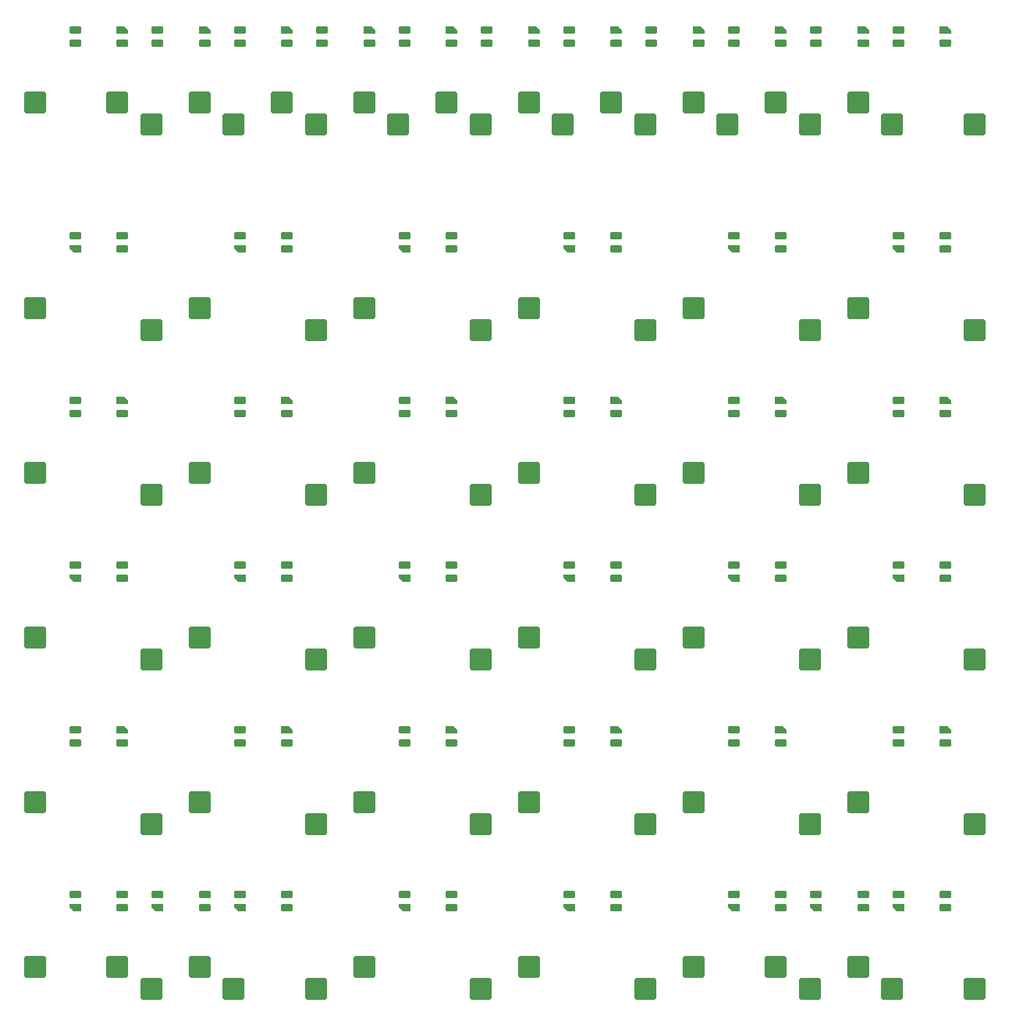
<source format=gbr>
%TF.GenerationSoftware,KiCad,Pcbnew,(6.0.9)*%
%TF.CreationDate,2022-11-26T17:52:30+01:00*%
%TF.ProjectId,tekskey,74656b73-6b65-4792-9e6b-696361645f70,rev?*%
%TF.SameCoordinates,Original*%
%TF.FileFunction,Paste,Top*%
%TF.FilePolarity,Positive*%
%FSLAX46Y46*%
G04 Gerber Fmt 4.6, Leading zero omitted, Abs format (unit mm)*
G04 Created by KiCad (PCBNEW (6.0.9)) date 2022-11-26 17:52:30*
%MOMM*%
%LPD*%
G01*
G04 APERTURE LIST*
G04 Aperture macros list*
%AMRoundRect*
0 Rectangle with rounded corners*
0 $1 Rounding radius*
0 $2 $3 $4 $5 $6 $7 $8 $9 X,Y pos of 4 corners*
0 Add a 4 corners polygon primitive as box body*
4,1,4,$2,$3,$4,$5,$6,$7,$8,$9,$2,$3,0*
0 Add four circle primitives for the rounded corners*
1,1,$1+$1,$2,$3*
1,1,$1+$1,$4,$5*
1,1,$1+$1,$6,$7*
1,1,$1+$1,$8,$9*
0 Add four rect primitives between the rounded corners*
20,1,$1+$1,$2,$3,$4,$5,0*
20,1,$1+$1,$4,$5,$6,$7,0*
20,1,$1+$1,$6,$7,$8,$9,0*
20,1,$1+$1,$8,$9,$2,$3,0*%
%AMFreePoly0*
4,1,18,-0.410000,0.265000,0.000000,0.675000,0.328000,0.675000,0.359380,0.668758,0.385983,0.650983,0.403758,0.624380,0.410000,0.593000,0.410000,-0.593000,0.403758,-0.624380,0.385983,-0.650983,0.359380,-0.668758,0.328000,-0.675000,-0.328000,-0.675000,-0.359380,-0.668758,-0.385983,-0.650983,-0.403758,-0.624380,-0.410000,-0.593000,-0.410000,0.265000,-0.410000,0.265000,$1*%
G04 Aperture macros list end*
%ADD10RoundRect,0.082000X0.593000X-0.328000X0.593000X0.328000X-0.593000X0.328000X-0.593000X-0.328000X0*%
%ADD11FreePoly0,90.000000*%
%ADD12RoundRect,0.250000X1.025000X1.000000X-1.025000X1.000000X-1.025000X-1.000000X1.025000X-1.000000X0*%
%ADD13RoundRect,0.082000X-0.593000X0.328000X-0.593000X-0.328000X0.593000X-0.328000X0.593000X0.328000X0*%
%ADD14FreePoly0,270.000000*%
G04 APERTURE END LIST*
D10*
%TO.C,LED10*%
X50350000Y-56400000D03*
X50350000Y-57900000D03*
X44900000Y-56400000D03*
D11*
X44900000Y-57900000D03*
%TD*%
D12*
%TO.C,SW10*%
X40265000Y-64770000D03*
X53715000Y-67310000D03*
%TD*%
%TO.C,SW51B1*%
X49790000Y-140970000D03*
X63240000Y-143510000D03*
%TD*%
D10*
%TO.C,LED54*%
X126550000Y-132600000D03*
X126550000Y-134100000D03*
X121100000Y-132600000D03*
D11*
X121100000Y-134100000D03*
%TD*%
D10*
%TO.C,LED32*%
X88450000Y-94500000D03*
X88450000Y-96000000D03*
X83000000Y-94500000D03*
D11*
X83000000Y-96000000D03*
%TD*%
D13*
%TO.C,LED1B1*%
X73475000Y-34087500D03*
X73475000Y-32587500D03*
X78925000Y-34087500D03*
D14*
X78925000Y-32587500D03*
%TD*%
D10*
%TO.C,LED34*%
X126550000Y-94500000D03*
X126550000Y-96000000D03*
X121100000Y-94500000D03*
D11*
X121100000Y-96000000D03*
%TD*%
D10*
%TO.C,LED13*%
X107500000Y-56400000D03*
X107500000Y-57900000D03*
X102050000Y-56400000D03*
D11*
X102050000Y-57900000D03*
%TD*%
D12*
%TO.C,SW45*%
X135515000Y-121920000D03*
X148965000Y-124460000D03*
%TD*%
%TO.C,SW33*%
X97415000Y-102870000D03*
X110865000Y-105410000D03*
%TD*%
%TO.C,SW15*%
X135515000Y-64770000D03*
X148965000Y-67310000D03*
%TD*%
D10*
%TO.C,LED55*%
X145600000Y-132600000D03*
X145600000Y-134100000D03*
X140150000Y-132600000D03*
D11*
X140150000Y-134100000D03*
%TD*%
D12*
%TO.C,SW13*%
X97415000Y-64770000D03*
X110865000Y-67310000D03*
%TD*%
%TO.C,SW31*%
X59315000Y-102870000D03*
X72765000Y-105410000D03*
%TD*%
%TO.C,SW51*%
X59315000Y-140970000D03*
X72765000Y-143510000D03*
%TD*%
%TO.C,SW11*%
X59315000Y-64770000D03*
X72765000Y-67310000D03*
%TD*%
%TO.C,SW3*%
X97415000Y-40957500D03*
X110865000Y-43497500D03*
%TD*%
D10*
%TO.C,LED53*%
X107500000Y-132600000D03*
X107500000Y-134100000D03*
X102050000Y-132600000D03*
D11*
X102050000Y-134100000D03*
%TD*%
D12*
%TO.C,SW0*%
X40265000Y-40957500D03*
X53715000Y-43497500D03*
%TD*%
D13*
%TO.C,LED4*%
X121100000Y-34087500D03*
X121100000Y-32587500D03*
X126550000Y-34087500D03*
D14*
X126550000Y-32587500D03*
%TD*%
D13*
%TO.C,LED2*%
X83000000Y-34087500D03*
X83000000Y-32587500D03*
X88450000Y-34087500D03*
D14*
X88450000Y-32587500D03*
%TD*%
D12*
%TO.C,SW52*%
X78365000Y-140970000D03*
X91815000Y-143510000D03*
%TD*%
%TO.C,SW34*%
X116465000Y-102870000D03*
X129915000Y-105410000D03*
%TD*%
%TO.C,SW50*%
X40265000Y-140970000D03*
X53715000Y-143510000D03*
%TD*%
%TO.C,SW21*%
X59315000Y-83820000D03*
X72765000Y-86360000D03*
%TD*%
%TO.C,SW32*%
X78365000Y-102870000D03*
X91815000Y-105410000D03*
%TD*%
%TO.C,SW2*%
X78365000Y-40957500D03*
X91815000Y-43497500D03*
%TD*%
D10*
%TO.C,LED12*%
X88450000Y-56400000D03*
X88450000Y-57900000D03*
X83000000Y-56400000D03*
D11*
X83000000Y-57900000D03*
%TD*%
D10*
%TO.C,LED11*%
X69400000Y-56400000D03*
X69400000Y-57900000D03*
X63950000Y-56400000D03*
D11*
X63950000Y-57900000D03*
%TD*%
D10*
%TO.C,LED6*%
X59875000Y-132600000D03*
X59875000Y-134100000D03*
X54425000Y-132600000D03*
D11*
X54425000Y-134100000D03*
%TD*%
D13*
%TO.C,LED0*%
X44900000Y-34087500D03*
X44900000Y-32587500D03*
X50350000Y-34087500D03*
D14*
X50350000Y-32587500D03*
%TD*%
D12*
%TO.C,SW54*%
X116465000Y-140970000D03*
X129915000Y-143510000D03*
%TD*%
D13*
%TO.C,LED41*%
X63950000Y-115050000D03*
X63950000Y-113550000D03*
X69400000Y-115050000D03*
D14*
X69400000Y-113550000D03*
%TD*%
D13*
%TO.C,LED24*%
X121100000Y-76950000D03*
X121100000Y-75450000D03*
X126550000Y-76950000D03*
D14*
X126550000Y-75450000D03*
%TD*%
D12*
%TO.C,SW3B1*%
X87890000Y-40957500D03*
X101340000Y-43497500D03*
%TD*%
%TO.C,SW2B1*%
X68840000Y-40957500D03*
X82290000Y-43497500D03*
%TD*%
%TO.C,SW41*%
X59315000Y-121920000D03*
X72765000Y-124460000D03*
%TD*%
%TO.C,SW1*%
X59315000Y-40957500D03*
X72765000Y-43497500D03*
%TD*%
%TO.C,SW55B1*%
X125990000Y-140970000D03*
X139440000Y-143510000D03*
%TD*%
D10*
%TO.C,LED31*%
X69400000Y-94500000D03*
X69400000Y-96000000D03*
X63950000Y-94500000D03*
D11*
X63950000Y-96000000D03*
%TD*%
D12*
%TO.C,SW25*%
X135515000Y-83820000D03*
X148965000Y-86360000D03*
%TD*%
D13*
%TO.C,LED1*%
X63950000Y-34087500D03*
X63950000Y-32587500D03*
X69400000Y-34087500D03*
D14*
X69400000Y-32587500D03*
%TD*%
D13*
%TO.C,LED21*%
X63950000Y-76950000D03*
X63950000Y-75450000D03*
X69400000Y-76950000D03*
D14*
X69400000Y-75450000D03*
%TD*%
D10*
%TO.C,LED51*%
X69400000Y-132600000D03*
X69400000Y-134100000D03*
X63950000Y-132600000D03*
D11*
X63950000Y-134100000D03*
%TD*%
D13*
%TO.C,LED25*%
X140150000Y-76950000D03*
X140150000Y-75450000D03*
X145600000Y-76950000D03*
D14*
X145600000Y-75450000D03*
%TD*%
D12*
%TO.C,SW4B1*%
X106940000Y-40957500D03*
X120390000Y-43497500D03*
%TD*%
D13*
%TO.C,LED23*%
X102050000Y-76950000D03*
X102050000Y-75450000D03*
X107500000Y-76950000D03*
D14*
X107500000Y-75450000D03*
%TD*%
D12*
%TO.C,SW5*%
X135515000Y-40957500D03*
X148965000Y-43497500D03*
%TD*%
D13*
%TO.C,LED40*%
X44900000Y-115050000D03*
X44900000Y-113550000D03*
X50350000Y-115050000D03*
D14*
X50350000Y-113550000D03*
%TD*%
D10*
%TO.C,LED7*%
X136075000Y-132600000D03*
X136075000Y-134100000D03*
X130625000Y-132600000D03*
D11*
X130625000Y-134100000D03*
%TD*%
D12*
%TO.C,SW20*%
X40265000Y-83820000D03*
X53715000Y-86360000D03*
%TD*%
D13*
%TO.C,LED3B1*%
X111575000Y-34087500D03*
X111575000Y-32587500D03*
X117025000Y-34087500D03*
D14*
X117025000Y-32587500D03*
%TD*%
D12*
%TO.C,SW1B1*%
X49790000Y-40957500D03*
X63240000Y-43497500D03*
%TD*%
D13*
%TO.C,LED5*%
X140150000Y-34087500D03*
X140150000Y-32587500D03*
X145600000Y-34087500D03*
D14*
X145600000Y-32587500D03*
%TD*%
D12*
%TO.C,SW4*%
X116465000Y-40957500D03*
X129915000Y-43497500D03*
%TD*%
D13*
%TO.C,LED0B1*%
X54425000Y-34087500D03*
X54425000Y-32587500D03*
X59875000Y-34087500D03*
D14*
X59875000Y-32587500D03*
%TD*%
D13*
%TO.C,LED3*%
X102050000Y-34087500D03*
X102050000Y-32587500D03*
X107500000Y-34087500D03*
D14*
X107500000Y-32587500D03*
%TD*%
D12*
%TO.C,SW5B1*%
X125990000Y-40957500D03*
X139440000Y-43497500D03*
%TD*%
%TO.C,SW30*%
X40265000Y-102870000D03*
X53715000Y-105410000D03*
%TD*%
D13*
%TO.C,LED42*%
X83000000Y-115050000D03*
X83000000Y-113550000D03*
X88450000Y-115050000D03*
D14*
X88450000Y-113550000D03*
%TD*%
D10*
%TO.C,LED52*%
X88450000Y-132600000D03*
X88450000Y-134100000D03*
X83000000Y-132600000D03*
D11*
X83000000Y-134100000D03*
%TD*%
D13*
%TO.C,LED2B1*%
X92525000Y-34087500D03*
X92525000Y-32587500D03*
X97975000Y-34087500D03*
D14*
X97975000Y-32587500D03*
%TD*%
D12*
%TO.C,SW42*%
X78365000Y-121920000D03*
X91815000Y-124460000D03*
%TD*%
D10*
%TO.C,LED33*%
X107500000Y-94500000D03*
X107500000Y-96000000D03*
X102050000Y-94500000D03*
D11*
X102050000Y-96000000D03*
%TD*%
D12*
%TO.C,SW55*%
X135515000Y-140970000D03*
X148965000Y-143510000D03*
%TD*%
%TO.C,SW24*%
X116465000Y-83820000D03*
X129915000Y-86360000D03*
%TD*%
%TO.C,SW40*%
X40265000Y-121920000D03*
X53715000Y-124460000D03*
%TD*%
%TO.C,SW14*%
X116465000Y-64770000D03*
X129915000Y-67310000D03*
%TD*%
D10*
%TO.C,LED35*%
X145600000Y-94500000D03*
X145600000Y-96000000D03*
X140150000Y-94500000D03*
D11*
X140150000Y-96000000D03*
%TD*%
D12*
%TO.C,SW44*%
X116465000Y-121920000D03*
X129915000Y-124460000D03*
%TD*%
D10*
%TO.C,LED14*%
X126550000Y-56400000D03*
X126550000Y-57900000D03*
X121100000Y-56400000D03*
D11*
X121100000Y-57900000D03*
%TD*%
D12*
%TO.C,SW23*%
X97415000Y-83820000D03*
X110865000Y-86360000D03*
%TD*%
D13*
%TO.C,LED43*%
X102050000Y-115050000D03*
X102050000Y-113550000D03*
X107500000Y-115050000D03*
D14*
X107500000Y-113550000D03*
%TD*%
D13*
%TO.C,LED4B1*%
X130625000Y-34087500D03*
X130625000Y-32587500D03*
X136075000Y-34087500D03*
D14*
X136075000Y-32587500D03*
%TD*%
D12*
%TO.C,SW53*%
X97415000Y-140970000D03*
X110865000Y-143510000D03*
%TD*%
D13*
%TO.C,LED22*%
X83000000Y-76950000D03*
X83000000Y-75450000D03*
X88450000Y-76950000D03*
D14*
X88450000Y-75450000D03*
%TD*%
D13*
%TO.C,LED44*%
X121100000Y-115050000D03*
X121100000Y-113550000D03*
X126550000Y-115050000D03*
D14*
X126550000Y-113550000D03*
%TD*%
D12*
%TO.C,SW12*%
X78365000Y-64770000D03*
X91815000Y-67310000D03*
%TD*%
%TO.C,SW22*%
X78365000Y-83820000D03*
X91815000Y-86360000D03*
%TD*%
D13*
%TO.C,LED20*%
X44900000Y-76950000D03*
X44900000Y-75450000D03*
X50350000Y-76950000D03*
D14*
X50350000Y-75450000D03*
%TD*%
D12*
%TO.C,SW35*%
X135515000Y-102870000D03*
X148965000Y-105410000D03*
%TD*%
D13*
%TO.C,LED45*%
X140150000Y-115050000D03*
X140150000Y-113550000D03*
X145600000Y-115050000D03*
D14*
X145600000Y-113550000D03*
%TD*%
D10*
%TO.C,LED30*%
X50350000Y-94500000D03*
X50350000Y-96000000D03*
X44900000Y-94500000D03*
D11*
X44900000Y-96000000D03*
%TD*%
D12*
%TO.C,SW43*%
X97415000Y-121920000D03*
X110865000Y-124460000D03*
%TD*%
D10*
%TO.C,LED15*%
X145600000Y-56400000D03*
X145600000Y-57900000D03*
X140150000Y-56400000D03*
D11*
X140150000Y-57900000D03*
%TD*%
D10*
%TO.C,LED50*%
X50350000Y-132600000D03*
X50350000Y-134100000D03*
X44900000Y-132600000D03*
D11*
X44900000Y-134100000D03*
%TD*%
M02*

</source>
